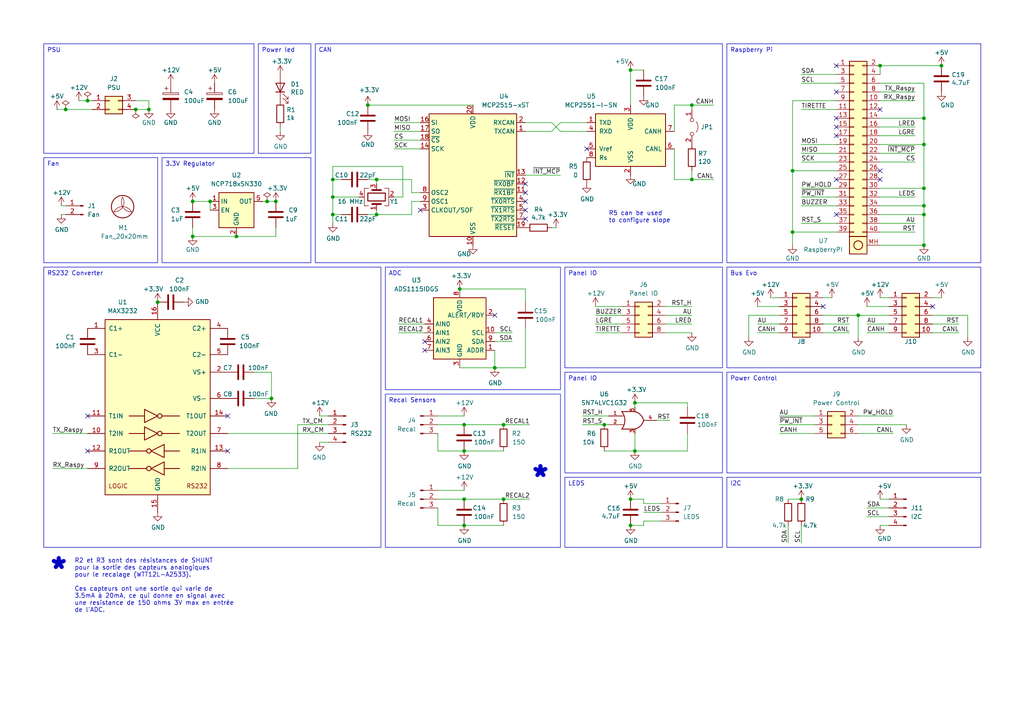
<source format=kicad_sch>
(kicad_sch (version 20230121) (generator eeschema)
  (paper "A4")
  (title_block (title "CarteIO Raspberry Pi") (date "2025-01-03") (rev "V6.2"))
  (junction (at 80.01 58.42))
  (junction (at 45.72 87.63))
  (junction (at 134.62 130.81))
  (junction (at 106.68 30.48))
  (junction (at 25.4 29.21))
  (junction (at 184.15 116.84))
  (junction (at 255.27 19.05))
  (junction (at 109.22 62.23))
  (junction (at 229.87 49.53))
  (junction (at 134.62 123.19))
  (junction (at 182.88 152.4))
  (junction (at 184.15 130.81))
  (junction (at 77.47 58.42))
  (junction (at 96.52 62.23))
  (junction (at 109.22 52.07))
  (junction (at 143.51 106.68))
  (junction (at 248.92 91.44))
  (junction (at 229.87 67.31))
  (junction (at 200.66 52.07))
  (junction (at 68.58 68.58))
  (junction (at 19.05 31.75))
  (junction (at 267.97 71.12))
  (junction (at 55.88 58.42))
  (junction (at 146.05 144.78))
  (junction (at 182.88 144.78))
  (junction (at 175.26 123.19))
  (junction (at 267.97 59.69))
  (junction (at 267.97 62.23))
  (junction (at 78.74 115.57))
  (junction (at 96.52 57.15))
  (junction (at 200.66 30.48))
  (junction (at 146.05 123.19))
  (junction (at 55.88 68.58))
  (junction (at 133.35 83.82))
  (junction (at 60.96 58.42))
  (junction (at 267.97 41.91))
  (junction (at 134.62 152.4))
  (junction (at 232.41 144.78))
  (junction (at 273.05 19.05))
  (junction (at 39.37 31.75))
  (junction (at 267.97 54.61))
  (junction (at 43.18 31.75))
  (junction (at 182.88 20.32))
  (junction (at 267.97 34.29))
  (junction (at 134.62 144.78))
  (junction (at 96.52 52.07))
  (no_connect (at 242.57 34.29))
  (no_connect (at 66.04 120.65))
  (no_connect (at 123.19 101.6))
  (no_connect (at 242.57 39.37))
  (no_connect (at 242.57 19.05))
  (no_connect (at 152.4 55.88))
  (no_connect (at 152.4 53.34))
  (no_connect (at 170.18 43.18))
  (no_connect (at 255.27 31.75))
  (no_connect (at 242.57 62.23))
  (no_connect (at 270.51 88.9))
  (no_connect (at 255.27 49.53))
  (no_connect (at 123.19 99.06))
  (no_connect (at 25.4 120.65))
  (no_connect (at 242.57 36.83))
  (no_connect (at 152.4 58.42))
  (no_connect (at 255.27 52.07))
  (no_connect (at 152.4 60.96))
  (no_connect (at 242.57 26.67))
  (no_connect (at 143.51 91.44))
  (no_connect (at 25.4 130.81))
  (no_connect (at 152.4 63.5))
  (no_connect (at 238.76 88.9))
  (no_connect (at 66.04 130.81))
  (no_connect (at 242.57 52.07))
  (no_connect (at 121.92 60.96))
  (wire (pts (xy 127 144.78) (xy 134.62 144.78)))
  (wire (pts (xy 186.69 152.4) (xy 186.69 151.13)))
  (wire (pts (xy 109.22 52.07) (xy 109.22 53.34)))
  (wire (pts (xy 15.24 125.73) (xy 25.4 125.73)))
  (wire (pts (xy 232.41 152.4) (xy 232.41 157.48)))
  (wire (pts (xy 119.38 58.42) (xy 121.92 58.42)))
  (wire (pts (xy 219.71 88.9) (xy 226.06 88.9)))
  (wire (pts (xy 134.62 144.78) (xy 146.05 144.78)))
  (wire (pts (xy 81.28 38.1) (xy 81.28 36.83)))
  (wire (pts (xy 255.27 54.61) (xy 267.97 54.61)))
  (wire (pts (xy 184.15 130.81) (xy 199.39 130.81)))
  (wire (pts (xy 134.62 152.4) (xy 127 152.4)))
  (wire (pts (xy 200.66 49.53) (xy 200.66 52.07)))
  (wire (pts (xy 193.04 93.98) (xy 200.66 93.98)))
  (wire (pts (xy 66.04 135.89) (xy 86.36 135.89)))
  (wire (pts (xy 96.52 57.15) (xy 96.52 52.07)))
  (wire (pts (xy 226.06 93.98) (xy 219.71 93.98)))
  (wire (pts (xy 127 123.19) (xy 134.62 123.19)))
  (wire (pts (xy 232.41 64.77) (xy 242.57 64.77)))
  (wire (pts (xy 255.27 64.77) (xy 265.43 64.77)))
  (wire (pts (xy 267.97 62.23) (xy 255.27 62.23)))
  (wire (pts (xy 200.66 30.48) (xy 200.66 31.75)))
  (wire (pts (xy 217.17 91.44) (xy 217.17 97.79)))
  (wire (pts (xy 152.4 106.68) (xy 152.4 95.25)))
  (wire (pts (xy 228.6 152.4) (xy 228.6 157.48)))
  (wire (pts (xy 255.27 46.99) (xy 265.43 46.99)))
  (wire (pts (xy 152.4 35.56) (xy 160.02 35.56)))
  (wire (pts (xy 190.5 121.92) (xy 194.31 121.92)))
  (wire (pts (xy 78.74 115.57) (xy 78.74 107.95)))
  (wire (pts (xy 232.41 21.59) (xy 242.57 21.59)))
  (wire (pts (xy 199.39 130.81) (xy 199.39 125.73)))
  (wire (pts (xy 162.56 38.1) (xy 170.18 38.1)))
  (wire (pts (xy 172.72 93.98) (xy 180.34 93.98)))
  (wire (pts (xy 229.87 49.53) (xy 242.57 49.53)))
  (wire (pts (xy 96.52 48.26) (xy 116.84 48.26)))
  (wire (pts (xy 96.52 62.23) (xy 96.52 64.77)))
  (wire (pts (xy 143.51 99.06) (xy 148.59 99.06)))
  (wire (pts (xy 248.92 125.73) (xy 259.08 125.73)))
  (wire (pts (xy 119.38 62.23) (xy 119.38 58.42)))
  (wire (pts (xy 96.52 57.15) (xy 104.14 57.15)))
  (wire (pts (xy 133.35 83.82) (xy 152.4 83.82)))
  (wire (pts (xy 55.88 68.58) (xy 55.88 66.04)))
  (wire (pts (xy 195.58 30.48) (xy 200.66 30.48)))
  (wire (pts (xy 106.68 62.23) (xy 109.22 62.23)))
  (wire (pts (xy 86.36 123.19) (xy 95.25 123.19)))
  (wire (pts (xy 255.27 39.37) (xy 265.43 39.37)))
  (wire (pts (xy 226.06 125.73) (xy 236.22 125.73)))
  (wire (pts (xy 265.43 67.31) (xy 255.27 67.31)))
  (wire (pts (xy 116.84 57.15) (xy 116.84 48.26)))
  (wire (pts (xy 251.46 88.9) (xy 257.81 88.9)))
  (wire (pts (xy 119.38 55.88) (xy 119.38 52.07)))
  (wire (pts (xy 86.36 135.89) (xy 86.36 123.19)))
  (wire (pts (xy 68.58 68.58) (xy 55.88 68.58)))
  (wire (pts (xy 184.15 116.84) (xy 184.15 118.11)))
  (wire (pts (xy 229.87 67.31) (xy 229.87 71.12)))
  (wire (pts (xy 232.41 144.78) (xy 228.6 144.78)))
  (wire (pts (xy 60.96 58.42) (xy 60.96 60.96)))
  (wire (pts (xy 109.22 52.07) (xy 119.38 52.07)))
  (wire (pts (xy 255.27 19.05) (xy 255.27 21.59)))
  (wire (pts (xy 95.25 120.65) (xy 92.71 120.65)))
  (wire (pts (xy 143.51 96.52) (xy 148.59 96.52)))
  (wire (pts (xy 255.27 36.83) (xy 265.43 36.83)))
  (wire (pts (xy 146.05 144.78) (xy 153.67 144.78)))
  (wire (pts (xy 162.56 35.56) (xy 170.18 35.56)))
  (wire (pts (xy 257.81 93.98) (xy 251.46 93.98)))
  (wire (pts (xy 134.62 152.4) (xy 146.05 152.4)))
  (wire (pts (xy 257.81 91.44) (xy 248.92 91.44)))
  (wire (pts (xy 267.97 54.61) (xy 267.97 59.69)))
  (wire (pts (xy 255.27 144.78) (xy 257.81 144.78)))
  (wire (pts (xy 182.88 20.32) (xy 182.88 30.48)))
  (wire (pts (xy 172.72 91.44) (xy 180.34 91.44)))
  (wire (pts (xy 19.05 59.69) (xy 17.78 59.69)))
  (wire (pts (xy 255.27 152.4) (xy 257.81 152.4)))
  (wire (pts (xy 199.39 116.84) (xy 199.39 118.11)))
  (wire (pts (xy 121.92 43.18) (xy 114.3 43.18)))
  (wire (pts (xy 109.22 62.23) (xy 109.22 60.96)))
  (wire (pts (xy 242.57 57.15) (xy 232.41 57.15)))
  (wire (pts (xy 193.04 96.52) (xy 200.66 96.52)))
  (wire (pts (xy 238.76 96.52) (xy 246.38 96.52)))
  (wire (pts (xy 160.02 38.1) (xy 162.56 35.56)))
  (wire (pts (xy 121.92 35.56) (xy 114.3 35.56)))
  (wire (pts (xy 22.86 29.21) (xy 25.4 29.21)))
  (wire (pts (xy 223.52 86.36) (xy 226.06 86.36)))
  (wire (pts (xy 257.81 147.32) (xy 251.46 147.32)))
  (wire (pts (xy 39.37 29.21) (xy 43.18 29.21)))
  (wire (pts (xy 96.52 52.07) (xy 96.52 48.26)))
  (wire (pts (xy 200.66 52.07) (xy 207.01 52.07)))
  (wire (pts (xy 115.57 93.98) (xy 123.19 93.98)))
  (wire (pts (xy 229.87 49.53) (xy 229.87 67.31)))
  (wire (pts (xy 121.92 38.1) (xy 114.3 38.1)))
  (wire (pts (xy 116.84 57.15) (xy 114.3 57.15)))
  (wire (pts (xy 195.58 38.1) (xy 195.58 30.48)))
  (wire (pts (xy 267.97 24.13) (xy 267.97 34.29)))
  (wire (pts (xy 200.66 30.48) (xy 207.01 30.48)))
  (wire (pts (xy 25.4 135.89) (xy 15.24 135.89)))
  (wire (pts (xy 182.88 144.78) (xy 186.69 144.78)))
  (wire (pts (xy 121.92 40.64) (xy 114.3 40.64)))
  (wire (pts (xy 232.41 24.13) (xy 242.57 24.13)))
  (wire (pts (xy 193.04 88.9) (xy 200.66 88.9)))
  (wire (pts (xy 267.97 34.29) (xy 267.97 41.91)))
  (wire (pts (xy 168.91 120.65) (xy 176.53 120.65)))
  (wire (pts (xy 133.35 106.68) (xy 143.51 106.68)))
  (wire (pts (xy 66.04 125.73) (xy 95.25 125.73)))
  (wire (pts (xy 251.46 96.52) (xy 257.81 96.52)))
  (wire (pts (xy 127 152.4) (xy 127 147.32)))
  (wire (pts (xy 115.57 96.52) (xy 123.19 96.52)))
  (wire (pts (xy 270.51 96.52) (xy 278.13 96.52)))
  (wire (pts (xy 255.27 44.45) (xy 265.43 44.45)))
  (wire (pts (xy 146.05 123.19) (xy 153.67 123.19)))
  (wire (pts (xy 255.27 41.91) (xy 267.97 41.91)))
  (wire (pts (xy 43.18 29.21) (xy 43.18 31.75)))
  (wire (pts (xy 134.62 130.81) (xy 127 130.81)))
  (wire (pts (xy 232.41 59.69) (xy 242.57 59.69)))
  (wire (pts (xy 267.97 41.91) (xy 267.97 54.61)))
  (wire (pts (xy 99.06 62.23) (xy 96.52 62.23)))
  (wire (pts (xy 109.22 52.07) (xy 106.68 52.07)))
  (wire (pts (xy 127 130.81) (xy 127 125.73)))
  (wire (pts (xy 182.88 152.4) (xy 186.69 152.4)))
  (wire (pts (xy 232.41 46.99) (xy 242.57 46.99)))
  (wire (pts (xy 226.06 120.65) (xy 236.22 120.65)))
  (wire (pts (xy 143.51 101.6) (xy 143.51 106.68)))
  (wire (pts (xy 257.81 149.86) (xy 251.46 149.86)))
  (wire (pts (xy 255.27 19.05) (xy 273.05 19.05)))
  (wire (pts (xy 152.4 50.8) (xy 162.56 50.8)))
  (wire (pts (xy 242.57 54.61) (xy 232.41 54.61)))
  (wire (pts (xy 255.27 34.29) (xy 267.97 34.29)))
  (wire (pts (xy 248.92 97.79) (xy 248.92 91.44)))
  (wire (pts (xy 16.51 31.75) (xy 19.05 31.75)))
  (wire (pts (xy 172.72 88.9) (xy 180.34 88.9)))
  (wire (pts (xy 134.62 142.24) (xy 127 142.24)))
  (wire (pts (xy 77.47 58.42) (xy 80.01 58.42)))
  (wire (pts (xy 270.51 91.44) (xy 280.67 91.44)))
  (wire (pts (xy 19.05 31.75) (xy 26.67 31.75)))
  (wire (pts (xy 134.62 123.19) (xy 146.05 123.19)))
  (wire (pts (xy 255.27 71.12) (xy 267.97 71.12)))
  (wire (pts (xy 152.4 83.82) (xy 152.4 87.63)))
  (wire (pts (xy 270.51 93.98) (xy 278.13 93.98)))
  (wire (pts (xy 106.68 30.48) (xy 137.16 30.48)))
  (wire (pts (xy 238.76 93.98) (xy 246.38 93.98)))
  (wire (pts (xy 73.66 115.57) (xy 78.74 115.57)))
  (wire (pts (xy 168.91 123.19) (xy 175.26 123.19)))
  (wire (pts (xy 143.51 106.68) (xy 152.4 106.68)))
  (wire (pts (xy 232.41 44.45) (xy 242.57 44.45)))
  (wire (pts (xy 80.01 68.58) (xy 68.58 68.58)))
  (wire (pts (xy 195.58 52.07) (xy 200.66 52.07)))
  (wire (pts (xy 121.92 55.88) (xy 119.38 55.88)))
  (wire (pts (xy 96.52 52.07) (xy 99.06 52.07)))
  (wire (pts (xy 186.69 151.13) (xy 191.77 151.13)))
  (wire (pts (xy 55.88 58.42) (xy 60.96 58.42)))
  (wire (pts (xy 152.4 38.1) (xy 160.02 38.1)))
  (wire (pts (xy 186.69 146.05) (xy 191.77 146.05)))
  (wire (pts (xy 175.26 130.81) (xy 184.15 130.81)))
  (wire (pts (xy 255.27 86.36) (xy 257.81 86.36)))
  (wire (pts (xy 238.76 91.44) (xy 248.92 91.44)))
  (wire (pts (xy 76.2 58.42) (xy 77.47 58.42)))
  (wire (pts (xy 248.92 120.65) (xy 259.08 120.65)))
  (wire (pts (xy 80.01 66.04) (xy 80.01 68.58)))
  (wire (pts (xy 191.77 148.59) (xy 186.69 148.59)))
  (wire (pts (xy 248.92 123.19) (xy 262.89 123.19)))
  (wire (pts (xy 184.15 125.73) (xy 184.15 130.81)))
  (wire (pts (xy 255.27 29.21) (xy 265.43 29.21)))
  (wire (pts (xy 255.27 24.13) (xy 267.97 24.13)))
  (wire (pts (xy 127 120.65) (xy 134.62 120.65)))
  (wire (pts (xy 109.22 62.23) (xy 119.38 62.23)))
  (wire (pts (xy 39.37 31.75) (xy 43.18 31.75)))
  (wire (pts (xy 267.97 59.69) (xy 267.97 62.23)))
  (wire (pts (xy 160.02 35.56) (xy 162.56 38.1)))
  (wire (pts (xy 160.02 66.04) (xy 161.29 66.04)))
  (wire (pts (xy 238.76 86.36) (xy 241.3 86.36)))
  (wire (pts (xy 267.97 71.12) (xy 267.97 62.23)))
  (wire (pts (xy 226.06 123.19) (xy 236.22 123.19)))
  (wire (pts (xy 232.41 31.75) (xy 242.57 31.75)))
  (wire (pts (xy 78.74 107.95) (xy 73.66 107.95)))
  (wire (pts (xy 96.52 62.23) (xy 96.52 57.15)))
  (wire (pts (xy 255.27 57.15) (xy 265.43 57.15)))
  (wire (pts (xy 175.26 123.19) (xy 176.53 123.19)))
  (wire (pts (xy 229.87 67.31) (xy 242.57 67.31)))
  (wire (pts (xy 219.71 96.52) (xy 226.06 96.52)))
  (wire (pts (xy 232.41 41.91) (xy 242.57 41.91)))
  (wire (pts (xy 195.58 43.18) (xy 195.58 52.07)))
  (wire (pts (xy 255.27 26.67) (xy 265.43 26.67)))
  (wire (pts (xy 270.51 86.36) (xy 273.05 86.36)))
  (wire (pts (xy 229.87 29.21) (xy 229.87 49.53)))
  (wire (pts (xy 184.15 116.84) (xy 199.39 116.84)))
  (wire (pts (xy 182.88 20.32) (xy 186.69 20.32)))
  (wire (pts (xy 95.25 128.27) (xy 92.71 128.27)))
  (wire (pts (xy 186.69 144.78) (xy 186.69 146.05)))
  (wire (pts (xy 226.06 91.44) (xy 217.17 91.44)))
  (wire (pts (xy 180.34 96.52) (xy 172.72 96.52)))
  (wire (pts (xy 242.57 29.21) (xy 229.87 29.21)))
  (wire (pts (xy 25.4 29.21) (xy 26.67 29.21)))
  (wire (pts (xy 200.66 91.44) (xy 193.04 91.44)))
  (wire (pts (xy 255.27 59.69) (xy 267.97 59.69)))
  (wire (pts (xy 134.62 130.81) (xy 146.05 130.81)))
  (wire (pts (xy 19.05 62.23) (xy 17.78 62.23)))
  (wire (pts (xy 280.67 97.79) (xy 280.67 91.44)))
  (text_box "I2C" (at 210.82 138.43 0) (size 73.66 20.32) (effects (font (size 1.27 1.27)) (justify left top)))
  (text_box "RS232 Converter" (at 12.7 77.47 0) (size 97.79 81.28) (effects (font (size 1.27 1.27)) (justify left top)))
  (text_box "Fan" (at 12.7 45.72 0) (size 33.02 30.48) (effects (font (size 1.27 1.27)) (justify left top)))
  (text_box "PSU" (at 12.7 12.7 0) (size 60.96 31.75) (effects (font (size 1.27 1.27)) (justify left top)))
  (text_box "Power Control" (at 210.82 107.95 0) (size 73.66 29.21) (effects (font (size 1.27 1.27)) (justify left top)))
  (text_box "Bus Evo" (at 210.82 77.47 0) (size 73.66 29.21) (effects (font (size 1.27 1.27)) (justify left top)))
  (text_box "Raspberry Pi" (at 210.82 12.7 0) (size 73.66 63.5) (effects (font (size 1.27 1.27)) (justify left top)))
  (text_box "ADC" (at 111.76 77.47 0) (size 50.8 35.56) (effects (font (size 1.27 1.27)) (justify left top)))
  (text_box "3.3V Regulator" (at 46.99 45.72 0) (size 43.18 30.48) (effects (font (size 1.27 1.27)) (justify left top)))
  (text_box "Panel IO" (at 163.83 77.47 0) (size 45.72 29.21) (effects (font (size 1.27 1.27)) (justify left top)))
  (text_box "LEDS" (at 163.83 138.43 0) (size 45.72 20.32) (effects (font (size 1.27 1.27)) (justify left top)))
  (text_box "Power led" (at 74.93 12.7 0) (size 15.24 31.75) (effects (font (size 1.27 1.27)) (justify left top)))
  (text_box "Recal Sensors" (at 111.76 114.3 0) (size 50.8 44.45) (effects (font (size 1.27 1.27)) (justify left top)))
  (text_box "CAN" (at 91.44 12.7 0) (size 118.11 63.5) (effects (font (size 1.27 1.27)) (justify left top)))
  (text_box "Panel IO" (at 163.83 107.95 0) (size 45.72 29.21) (effects (font (size 1.27 1.27)) (justify left top)))
  (text "*" (at 13.97 168.91 0) (effects (font (size 6 6) (thickness 1.2) bold) (justify left bottom)))
  (text "R5 can be used\nto configure slope" (at 176.53 64.77 0) (effects (font (size 1.27 1.27)) (justify left bottom)))
  (text "R2 et R3 sont des résistances de SHUNT\npour la sortie des capteurs analogiques\npour le recalage (WTT12L-A2533).\n\nCes capteurs ont une sortie qui varie de\n3.5mA à 20mA, ce qui donne en signal avec\nune resistance de 150 ohms 3V max en entrée\nde l'ADC." (at 21.59 177.8 0) (effects (font (size 1.27 1.27)) (justify left bottom)))
  (text "*" (at 153.67 142.24 0) (effects (font (size 6 6) (thickness 1.2) bold) (justify left bottom)))
  (label "CS" (at 265.43 46.99 180))
  (label "LRED" (at 265.43 36.83 180))
  (label "TX_Raspy" (at 15.24 125.73 0))
  (label "PW_HOLD" (at 259.08 120.65 180))
  (label "RST_H" (at 168.91 120.65 0))
  (label "AU" (at 219.71 93.98 0))
  (label "RX_CM" (at 87.63 125.73 0))
  (label "MOSI" (at 114.3 35.56 0))
  (label "RECAL2" (at 115.57 96.52 0))
  (label "SDA" (at 148.59 99.06 180))
  (label "CANH" (at 226.06 125.73 0))
  (label "RECAL2" (at 153.67 144.78 180))
  (label "LGRE" (at 265.43 39.37 180))
  (label "SCL" (at 251.46 149.86 0))
  (label "LEDS" (at 265.43 57.15 180))
  (label "CS" (at 114.3 40.64 0))
  (label "SCL" (at 148.59 96.52 180))
  (label "RECAL1" (at 115.57 93.98 0))
  (label "CANL" (at 246.38 96.52 180))
  (label "AU" (at 265.43 64.77 180))
  (label "CANH" (at 207.01 30.48 180))
  (label "~{INT_MCP}" (at 265.43 44.45 180))
  (label "AU" (at 200.66 91.44 180))
  (label "LGRE" (at 172.72 93.98 0))
  (label "TX_CM" (at 87.63 123.19 0))
  (label "CANH" (at 251.46 96.52 0))
  (label "~{PW_INT}" (at 232.41 57.15 0))
  (label "RST_H" (at 200.66 88.9 180))
  (label "CANL" (at 207.01 52.07 180))
  (label "BUZZER" (at 172.72 91.44 0))
  (label "SCK" (at 114.3 43.18 0))
  (label "TX_Raspy" (at 265.43 26.67 180))
  (label "SCL" (at 232.41 24.13 0))
  (label "LRED" (at 200.66 93.98 180))
  (label "MOSI" (at 232.41 41.91 0))
  (label "TIRETTE" (at 172.72 96.52 0))
  (label "BUZZER" (at 232.41 59.69 0))
  (label "SDA" (at 232.41 21.59 0))
  (label "PW_HOLD" (at 232.41 54.61 0))
  (label "RECAL1" (at 153.67 123.19 180))
  (label "SDA" (at 228.6 157.48 90))
  (label "RST_S" (at 232.41 64.77 0))
  (label "RST" (at 265.43 67.31 180))
  (label "LEDS" (at 186.69 148.59 0))
  (label "RX_Raspy" (at 265.43 29.21 180))
  (label "RST" (at 194.31 121.92 180))
  (label "~{PW_INT}" (at 226.06 123.19 0))
  (label "RST_S" (at 168.91 123.19 0))
  (label "RST" (at 278.13 93.98 180))
  (label "AU" (at 251.46 93.98 0))
  (label "SCL" (at 232.41 157.48 90))
  (label "MISO" (at 232.41 44.45 0))
  (label "AU" (at 226.06 120.65 0))
  (label "CANL" (at 259.08 125.73 180))
  (label "RST" (at 246.38 93.98 180))
  (label "SDA" (at 251.46 147.32 0))
  (label "CANH" (at 219.71 96.52 0))
  (label "SCK" (at 232.41 46.99 0))
  (label "CANL" (at 278.13 96.52 180))
  (label "~{INT_MCP}" (at 162.56 50.8 180))
  (label "RX_Raspy" (at 15.24 135.89 0))
  (label "MISO" (at 114.3 38.1 0))
  (label "TIRETTE" (at 232.41 31.75 0))
  (symbol (lib_id "Device:LED") (at 81.28 25.4 90) (unit 1)
    (property "Reference" "D1" (at 84.2772 24.4094 90) (effects (justify right)))
    (property "Value" "RED" (at 84.2772 26.7208 90) (effects (justify right)))
    (property "Footprint" "LED_SMD:LED_0805_2012Metric" (effects hide))
  )
  (symbol (lib_id "Device:R") (at 81.28 33.02 0) (unit 1)
    (property "Reference" "R1" (at 83.058 31.8516 0) (effects (justify left)))
    (property "Value" "1k" (at 83.058 34.163 0) (effects (justify left)))
    (property "Footprint" "Resistor_SMD:R_0603_1608Metric" (effects hide))
  )
  (symbol (lib_id "power:GND") (at 81.28 38.1 0) (unit 1)
    (property "Reference" "#PWR018" (effects hide))
    (property "Value" "GND" (at 81.407 42.4942 0))
  )
  (symbol (lib_id "Device:C") (at 69.85 107.95 270) (unit 1)
    (property "Reference" "C7" (at 66.04 106.68 90))
    (property "Value" "100nF" (at 74.93 106.68 90))
    (property "Footprint" "Capacitor_SMD:C_0603_1608Metric" (effects hide))
  )
  (symbol (lib_id "Device:C") (at 69.85 115.57 270) (unit 1)
    (property "Reference" "C8" (at 66.04 114.3 90))
    (property "Value" "100nF" (at 74.93 114.3 90))
    (property "Footprint" "Capacitor_SMD:C_0603_1608Metric" (effects hide))
  )
  (symbol (lib_id "Device:C") (at 49.53 87.63 270) (unit 1)
    (property "Reference" "C2" (at 52.07 81.28 90))
    (property "Value" "100nF" (at 52.07 83.82 90))
    (property "Footprint" "Capacitor_SMD:C_0603_1608Metric" (effects hide))
  )
  (symbol (lib_id "power:GND") (at 78.74 115.57 0) (mirror y) (unit 1)
    (property "Reference" "#PWR015" (effects hide))
    (property "Value" "GND" (at 78.613 119.9642 0))
  )
  (symbol (lib_id "Device:C") (at 66.04 99.06 180) (unit 1)
    (property "Reference" "C5" (at 71.12 97.79 0))
    (property "Value" "100nF" (at 72.39 100.33 0))
    (property "Footprint" "Capacitor_SMD:C_0603_1608Metric" (effects hide))
  )
  (symbol (lib_id "Device:C") (at 25.4 99.06 180) (unit 1)
    (property "Reference" "C1" (at 20.32 97.79 0))
    (property "Value" "100nF" (at 19.05 100.33 0))
    (property "Footprint" "Capacitor_SMD:C_0603_1608Metric" (effects hide))
  )
  (symbol (lib_id "power:GND") (at 273.05 26.67 0) (unit 1)
    (property "Reference" "#PWR056" (effects hide))
    (property "Value" "GND" (at 276.86 30.48 0) (effects (justify right)))
  )
  (symbol (lib_id "power:GND") (at 137.16 71.12 0) (unit 1)
    (property "Reference" "#PWR029" (effects hide))
    (property "Value" "GND" (at 134.62 73.66 0))
  )
  (symbol (lib_id "Device:R") (at 156.21 66.04 270) (unit 1)
    (property "Reference" "R4" (at 156.21 60.7822 90))
    (property "Value" "4.7k" (at 156.21 63.0936 90))
    (property "Footprint" "Resistor_SMD:R_0603_1608Metric" (effects hide))
  )
  (symbol (lib_id "power:GND") (at 106.68 38.1 0) (unit 1)
    (property "Reference" "#PWR023" (effects hide))
    (property "Value" "GND" (at 106.68 41.91 0))
  )
  (symbol (lib_id "power:+3.3V") (at 161.29 66.04 0) (unit 1)
    (property "Reference" "#PWR031" (effects hide))
    (property "Value" "+3.3V" (at 158.75 62.23 0) (effects (justify left)))
  )
  (symbol (lib_id "Interface_CAN_LIN:MCP2551-I-SN") (at 182.88 40.64 0) (unit 1)
    (property "Reference" "U5" (at 171.45 27.94 0))
    (property "Value" "MCP2551-I-SN" (at 171.45 30.48 0))
    (property "Footprint" "Package_SO:SOIC-8_3.9x4.9mm_P1.27mm" (effects hide))
    (property "Datasheet" "http://ww1.microchip.com/downloads/en/devicedoc/21667d.pdf" (effects hide))
  )
  (symbol (lib_id "power:+12V") (at 22.86 29.21 0) (unit 1)
    (property "Reference" "#PWR04" (effects hide))
    (property "Value" "+12V" (at 22.86 25.4 0))
  )
  (symbol (lib_id "power:GND") (at 49.53 31.75 0) (unit 1)
    (property "Reference" "#PWR012" (effects hide))
    (property "Value" "GND" (at 49.53 35.56 0))
  )
  (symbol (lib_id "power:GND") (at 62.23 31.75 0) (unit 1)
    (property "Reference" "#PWR014" (effects hide))
    (property "Value" "GND" (at 62.23 35.56 0))
  )
  (symbol (lib_id "Device:C") (at 273.05 22.86 0) (unit 1)
    (property "Reference" "C19" (at 275.971 21.6916 0) (effects (justify left)))
    (property "Value" "4.7uF" (at 275.971 24.003 0) (effects (justify left)))
    (property "Footprint" "Capacitor_SMD:C_0603_1608Metric" (effects hide))
  )
  (symbol (lib_id "power:GND") (at 170.18 53.34 0) (unit 1)
    (property "Reference" "#PWR032" (effects hide))
    (property "Value" "GND" (at 170.307 57.7342 0))
  )
  (symbol (lib_id "power:GND") (at 182.88 50.8 0) (unit 1)
    (property "Reference" "#PWR035" (effects hide))
    (property "Value" "GND" (at 185.42 53.34 0))
  )
  (symbol (lib_id "Device:C") (at 106.68 34.29 0) (unit 1)
    (property "Reference" "C12" (at 100.33 33.02 0) (effects (justify left)))
    (property "Value" "100nF" (at 97.79 35.56 0) (effects (justify left)))
    (property "Footprint" "Capacitor_SMD:C_0603_1608Metric" (effects hide))
  )
  (symbol (lib_id "power:+5V") (at 182.88 20.32 0) (unit 1)
    (property "Reference" "#PWR034" (effects hide))
    (property "Value" "+5V" (at 180.34 17.78 0))
  )
  (symbol (lib_id "Device:C") (at 186.69 24.13 180) (unit 1)
    (property "Reference" "C17" (at 191.77 22.86 0))
    (property "Value" "100nF" (at 193.04 25.4 0))
    (property "Footprint" "Capacitor_SMD:C_0603_1608Metric" (effects hide))
  )
  (symbol (lib_id "Device:R") (at 200.66 45.72 0) (unit 1)
    (property "Reference" "R7" (at 202.438 44.5516 0) (effects (justify left)))
    (property "Value" "120" (at 202.438 46.863 0) (effects (justify left)))
    (property "Footprint" "Resistor_SMD:R_0603_1608Metric" (effects hide))
  )
  (symbol (lib_id "Device:C") (at 182.88 148.59 0) (mirror y) (unit 1)
    (property "Reference" "C16" (at 179.959 147.4216 0) (effects (justify left)))
    (property "Value" "4.7uF" (at 179.959 149.733 0) (effects (justify left)))
    (property "Footprint" "Capacitor_SMD:C_0603_1608Metric" (effects hide))
  )
  (symbol (lib_id "Device:C") (at 102.87 62.23 270) (mirror x) (unit 1)
    (property "Reference" "C11" (at 99.06 63.5 90))
    (property "Value" "22pF" (at 106.68 63.5 90))
    (property "Footprint" "Capacitor_SMD:C_0603_1608Metric" (effects hide))
  )
  (symbol (lib_id "Device:C") (at 102.87 52.07 270) (mirror x) (unit 1)
    (property "Reference" "C10" (at 99.06 50.8 90))
    (property "Value" "22pF" (at 106.68 50.8 90))
    (property "Footprint" "Capacitor_SMD:C_0603_1608Metric" (effects hide))
  )
  (symbol (lib_id "power:+3.3V") (at 106.68 30.48 0) (unit 1)
    (property "Reference" "#PWR022" (effects hide))
    (property "Value" "+3.3V" (at 107.061 26.0858 0))
  )
  (symbol (lib_id "Interface_UART:MAX3232") (at 45.72 118.11 0) (unit 1)
    (property "Reference" "U1" (at 35.56 87.63 0))
    (property "Value" "MAX3232" (at 35.56 90.17 0))
    (property "Footprint" "Package_SO:TSSOP-16_4.4x5mm_P0.65mm" (effects hide))
    (property "Datasheet" "https://datasheets.maximintegrated.com/en/ds/MAX3222-MAX3241.pdf" (effects hide))
  )
  (symbol (lib_id "power:GND") (at 53.34 87.63 90) (unit 1)
    (property "Reference" "#PWR08" (effects hide))
    (property "Value" "GND" (at 56.5912 87.503 90) (effects (justify right)))
  )
  (symbol (lib_id "power:+3.3V") (at 45.72 87.63 0) (unit 1)
    (property "Reference" "#PWR06" (effects hide))
    (property "Value" "+3.3V" (at 44.45 83.82 0))
  )
  (symbol (lib_id "power:GND") (at 45.72 148.59 0) (unit 1)
    (property "Reference" "#PWR07" (effects hide))
    (property "Value" "GND" (at 45.847 152.9842 0))
  )
  (symbol (lib_id "Device:R") (at 228.6 148.59 0) (mirror x) (unit 1)
    (property "Reference" "R8" (at 226.06 144.78 0))
    (property "Value" "4.7k" (at 226.06 152.4 0))
    (property "Footprint" "Resistor_SMD:R_0603_1608Metric" (effects hide))
  )
  (symbol (lib_id "Device:R") (at 232.41 148.59 180) (unit 1)
    (property "Reference" "R9" (at 234.95 144.78 0))
    (property "Value" "4.7k" (at 234.95 152.4 0))
    (property "Footprint" "Resistor_SMD:R_0603_1608Metric" (effects hide))
  )
  (symbol (lib_id "power:+3.3V") (at 232.41 144.78 0) (unit 1)
    (property "Reference" "#PWR046" (effects hide))
    (property "Value" "+3.3V" (at 229.87 140.97 0) (effects (justify left)))
  )
  (symbol (lib_id "power:+12V") (at 92.71 120.65 0) (unit 1)
    (property "Reference" "#PWR019" (effects hide))
    (property "Value" "+12V" (at 90.17 116.84 0) (effects (justify left)))
  )
  (symbol (lib_id "Connector_Generic:Conn_02x05_Odd_Even") (at 231.14 91.44 0) (unit 1)
    (property "Reference" "J8" (at 232.41 99.06 0))
    (property "Value" "Bus Evo" (effects hide))
    (property "Footprint" "ConnectorsEvo:690367281076" (effects hide))
  )
  (symbol (lib_id "power:+5V") (at 219.71 88.9 0) (unit 1)
    (property "Reference" "#PWR043" (effects hide))
    (property "Value" "+5V" (at 219.71 85.09 0))
  )
  (symbol (lib_id "power:+12V") (at 223.52 86.36 0) (unit 1)
    (property "Reference" "#PWR044" (effects hide))
    (property "Value" "+12V" (at 223.52 82.55 0))
  )
  (symbol (lib_id "power:GND") (at 217.17 97.79 0) (unit 1)
    (property "Reference" "#PWR042" (effects hide))
    (property "Value" "GND" (at 217.297 102.1842 0))
  )
  (symbol (lib_id "power:+12V") (at 49.53 24.13 0) (unit 1)
    (property "Reference" "#PWR011" (effects hide))
    (property "Value" "+12V" (at 49.53 20.32 0))
  )
  (symbol (lib_id "power:+5V") (at 62.23 24.13 0) (unit 1)
    (property "Reference" "#PWR013" (effects hide))
    (property "Value" "+5V" (at 62.23 20.32 0))
  )
  (symbol (lib_id "power:GND") (at 248.92 97.79 0) (unit 1)
    (property "Reference" "#PWR048" (effects hide))
    (property "Value" "GND" (at 249.047 102.1842 0))
  )
  (symbol (lib_id "ComponentsEvo:RaspberryPI") (at 248.92 43.18 0) (unit 1)
    (property "Reference" "U7" (at 238.76 69.85 0))
    (property "Value" "RaspberryPI" (at 238.76 72.39 0))
    (property "Footprint" "ComponentsEvo:Shield_Raspberry_Pi_with_11mm_Header" (effects hide))
  )
  (symbol (lib_id "power:+3.3V") (at 184.15 116.84 0) (unit 1)
    (property "Reference" "#PWR038" (effects hide))
    (property "Value" "+3.3V" (at 181.61 113.03 0) (effects (justify left)))
  )
  (symbol (lib_id "Device:C") (at 55.88 62.23 0) (unit 1)
    (property "Reference" "C3" (at 49.53 60.96 0) (effects (justify left)))
    (property "Value" "1uF" (at 49.53 63.5 0) (effects (justify left)))
    (property "Footprint" "Capacitor_SMD:C_0603_1608Metric" (effects hide))
  )
  (symbol (lib_id "Connector:Conn_01x04_Pin") (at 100.33 123.19 0) (mirror y) (unit 1)
    (property "Reference" "J3" (at 101.6 123.19 0) (effects (justify right)))
    (property "Value" "RS232" (at 101.6 125.73 0) (effects (justify right)))
    (property "Footprint" "ConnectorsEvo:B04B-PASK" (effects hide))
  )
  (symbol (lib_id "power:+5V") (at 273.05 86.36 0) (unit 1)
    (property "Reference" "#PWR057" (effects hide))
    (property "Value" "+5V" (at 273.05 82.55 0))
  )
  (symbol (lib_id "Device:C") (at 80.01 62.23 0) (mirror y) (unit 1)
    (property "Reference" "C9" (at 86.36 60.96 0) (effects (justify left)))
    (property "Value" "1uF" (at 86.36 63.5 0) (effects (justify left)))
    (property "Footprint" "Capacitor_SMD:C_0603_1608Metric" (effects hide))
  )
  (symbol (lib_id "Device:Crystal_GND24") (at 109.22 57.15 270) (mirror x) (unit 1)
    (property "Reference" "Y1" (at 114.3 58.42 90))
    (property "Value" "16 MHz" (at 101.6 58.42 90))
    (property "Footprint" "Crystal:Crystal_SMD_5032-4Pin_5.0x3.2mm" (effects hide))
  )
  (symbol (lib_id "Device:R") (at 146.05 127 180) (unit 1)
    (property "Reference" "R2" (at 151.13 125.73 0) (effects (justify left)))
    (property "Value" "150" (at 152.4 128.27 0) (effects (justify left)))
    (property "Footprint" "Resistor_SMD:R_0603_1608Metric" (effects hide))
  )
  (symbol (lib_id "Regulator_Linear:NCP718xSN330") (at 68.58 60.96 0) (unit 1)
    (property "Reference" "U2" (at 68.58 50.8 0))
    (property "Value" "NCP718xSN330" (at 68.58 53.34 0))
    (property "Footprint" "Package_TO_SOT_SMD:SOT-23-5" (effects hide))
    (property "Datasheet" "https://www.onsemi.com/pub/Collateral/NCP718-D.PDF" (effects hide))
  )
  (symbol (lib_id "Device:C") (at 134.62 148.59 0) (mirror y) (unit 1)
    (property "Reference" "C14" (at 140.97 147.32 0) (effects (justify left)))
    (property "Value" "100nF" (at 143.51 149.86 0) (effects (justify left)))
    (property "Footprint" "Capacitor_SMD:C_0603_1608Metric" (effects hide))
  )
  (symbol (lib_id "power:GND") (at 255.27 152.4 0) (unit 1)
    (property "Reference" "#PWR052" (effects hide))
    (property "Value" "GND" (at 256.54 156.21 0))
  )
  (symbol (lib_id "Jumper:Jumper_2_Open") (at 200.66 36.83 270) (unit 1)
    (property "Reference" "JP1" (at 203.2 36.83 90) (effects (justify left)))
    (property "Value" "Jumper_2_Open" (effects hide))
    (property "Footprint" "Connector_PinHeader_2.54mm:PinHeader_1x02_P2.54mm_Vertical" (effects hide))
  )
  (symbol (lib_id "Device:C") (at 152.4 91.44 0) (mirror y) (unit 1)
    (property "Reference" "C15" (at 158.75 90.17 0) (effects (justify left)))
    (property "Value" "100nF" (at 161.29 92.71 0) (effects (justify left)))
    (property "Footprint" "Capacitor_SMD:C_0603_1608Metric" (effects hide))
  )
  (symbol (lib_id "power:+12V") (at 134.62 142.24 0) (unit 1)
    (property "Reference" "#PWR027" (effects hide))
    (property "Value" "+12V" (at 132.08 138.43 0) (effects (justify left)))
  )
  (symbol (lib_id "power:+5V") (at 251.46 88.9 0) (unit 1)
    (property "Reference" "#PWR049" (effects hide))
    (property "Value" "+5V" (at 251.46 85.09 0))
  )
  (symbol (lib_id "Connector_Generic:Conn_02x05_Odd_Even") (at 262.89 91.44 0) (unit 1)
    (property "Reference" "J10" (at 264.16 99.06 0))
    (property "Value" "Bus Evo" (effects hide))
    (property "Footprint" "ConnectorsEvo:690367281076" (effects hide))
  )
  (symbol (lib_id "power:+3.3V") (at 80.01 58.42 0) (unit 1)
    (property "Reference" "#PWR016" (effects hide))
    (property "Value" "+3.3V" (at 77.47 54.61 0) (effects (justify left)))
  )
  (symbol (lib_id "power:PWR_FLAG") (at 39.37 31.75 180) (unit 1)
    (property "Reference" "#FLG03" (effects hide))
    (property "Value" "PWR_FLAG" (effects hide))
  )
  (symbol (lib_id "Device:C_Polarized") (at 49.53 27.94 0) (unit 1)
    (property "Reference" "C4" (at 53.34 26.67 0) (effects (justify left)))
    (property "Value" "100uF" (at 53.34 29.21 0) (effects (justify left)))
    (property "Footprint" "Capacitor_SMD:CP_Elec_6.3x7.7" (effects hide))
  )
  (symbol (lib_id "power:PWR_FLAG") (at 19.05 31.75 0) (unit 1)
    (property "Reference" "#FLG01" (effects hide))
    (property "Value" "PWR_FLAG" (effects hide))
  )
  (symbol (lib_id "power:+5V") (at 16.51 31.75 0) (unit 1)
    (property "Reference" "#PWR01" (effects hide))
    (property "Value" "+5V" (at 16.51 27.94 0))
  )
  (symbol (lib_id "Connector:Conn_01x03_Pin") (at 121.92 144.78 0) (unit 1)
    (property "Reference" "J5" (at 120.65 143.51 0) (effects (justify right)))
    (property "Value" "Recal" (at 120.65 146.05 0) (effects (justify right)))
    (property "Footprint" "ConnectorsEvo:B03B-PASK" (effects hide))
  )
  (symbol (lib_id "power:+5V") (at 255.27 144.78 0) (unit 1)
    (property "Reference" "#PWR051" (effects hide))
    (property "Value" "+5V" (at 256.54 140.97 0))
  )
  (symbol (lib_id "power:GND") (at 17.78 62.23 0) (unit 1)
    (property "Reference" "#PWR03" (effects hide))
    (property "Value" "GND" (at 17.907 66.6242 0))
  )
  (symbol (lib_id "power:GND") (at 55.88 68.58 0) (unit 1)
    (property "Reference" "#PWR010" (effects hide))
    (property "Value" "GND" (at 55.88 72.39 0))
  )
  (symbol (lib_id "Device:C") (at 199.39 121.92 0) (mirror y) (unit 1)
    (property "Reference" "C18" (at 205.74 120.65 0) (effects (justify left)))
    (property "Value" "100nF" (at 208.28 123.19 0) (effects (justify left)))
    (property "Footprint" "Capacitor_SMD:C_0603_1608Metric" (effects hide))
  )
  (symbol (lib_id "power:+5V") (at 241.3 86.36 0) (unit 1)
    (property "Reference" "#PWR047" (effects hide))
    (property "Value" "+5V" (at 241.3 82.55 0))
  )
  (symbol (lib_id "power:GND") (at 229.87 71.12 0) (unit 1)
    (property "Reference" "#PWR045" (effects hide))
    (property "Value" "GND" (at 229.87 74.93 0))
  )
  (symbol (lib_id "Interface_CAN_LIN:MCP2515-xST") (at 137.16 50.8 0) (unit 1)
    (property "Reference" "U4" (at 144.78 27.94 0) (effects (justify left)))
    (property "Value" "MCP2515-xST" (at 139.7 30.48 0) (effects (justify left)))
    (property "Footprint" "Package_SO:TSSOP-20_4.4x6.5mm_P0.65mm" (effects hide))
    (property "Datasheet" "http://ww1.microchip.com/downloads/en/DeviceDoc/21801e.pdf" (effects hide))
  )
  (symbol (lib_id "power:GND") (at 92.71 128.27 0) (mirror y) (unit 1)
    (property "Reference" "#PWR020" (effects hide))
    (property "Value" "GND" (at 92.583 132.6642 0))
  )
  (symbol (lib_id "Connector:Conn_01x03_Pin") (at 196.85 148.59 0) (mirror y) (unit 1)
    (property "Reference" "J7" (at 198.12 147.32 0) (effects (justify right)))
    (property "Value" "LEDS" (at 198.12 149.86 0) (effects (justify right)))
    (property "Footprint" "ConnectorsEvo:B03B-PASK" (effects hide))
  )
  (symbol (lib_id "Device:R") (at 146.05 148.59 180) (unit 1)
    (property "Reference" "R3" (at 151.13 147.32 0) (effects (justify left)))
    (property "Value" "150" (at 152.4 149.86 0) (effects (justify left)))
    (property "Footprint" "Resistor_SMD:R_0603_1608Metric" (effects hide))
  )
  (symbol (lib_id "power:GND") (at 280.67 97.79 0) (unit 1)
    (property "Reference" "#PWR058" (effects hide))
    (property "Value" "GND" (at 280.797 102.1842 0))
  )
  (symbol (lib_id "power:+5V") (at 55.88 58.42 0) (unit 1)
    (property "Reference" "#PWR09" (effects hide))
    (property "Value" "+5V" (at 55.88 54.61 0))
  )
  (symbol (lib_id "power:+3.3V") (at 133.35 83.82 0) (unit 1)
    (property "Reference" "#PWR024" (effects hide))
    (property "Value" "+3.3V" (at 130.81 80.01 0) (effects (justify left)))
  )
  (symbol (lib_id "power:GND") (at 262.89 123.19 0) (unit 1)
    (property "Reference" "#PWR053" (effects hide))
    (property "Value" "GND" (at 263.017 127.5842 0))
  )
  (symbol (lib_id "Connector_Generic:Conn_02x04_Odd_Even") (at 185.42 91.44 0) (unit 1)
    (property "Reference" "J6" (at 186.69 82.55 0))
    (property "Value" "Panel IO" (at 186.69 85.09 0))
    (property "Footprint" "ConnectorsEvo:690367280876" (effects hide))
  )
  (symbol (lib_id "Connector:Conn_01x04_Pin") (at 262.89 147.32 0) (mirror y) (unit 1)
    (property "Reference" "J11" (at 264.16 147.32 0) (effects (justify right)))
    (property "Value" "I2C" (at 264.16 149.86 0) (effects (justify right)))
    (property "Footprint" "ConnectorsEvo:B04B-PASK" (effects hide))
  )
  (symbol (lib_id "power:+5V") (at 273.05 19.05 0) (unit 1)
    (property "Reference" "#PWR055" (effects hide))
    (property "Value" "+5V" (at 273.05 15.24 0))
  )
  (symbol (lib_id "power:GND") (at 96.52 64.77 0) (unit 1)
    (property "Reference" "#PWR021" (effects hide))
    (property "Value" "GND" (at 96.647 69.1642 0))
  )
  (symbol (lib_id "power:PWR_FLAG") (at 25.4 29.21 0) (unit 1)
    (property "Reference" "#FLG02" (effects hide))
    (property "Value" "PWR_FLAG" (effects hide))
  )
  (symbol (lib_id "power:GND") (at 267.97 71.12 0) (unit 1)
    (property "Reference" "#PWR054" (effects hide))
    (property "Value" "GND" (at 267.97 74.93 0))
  )
  (symbol (lib_id "Device:R") (at 170.18 49.53 180) (unit 1)
    (property "Reference" "R5" (at 167.64 48.26 0) (effects (justify left)))
    (property "Value" "0" (at 167.64 50.8 0) (effects (justify left)))
    (property "Footprint" "Resistor_SMD:R_0603_1608Metric" (effects hide))
  )
  (symbol (lib_id "power:+5V") (at 182.88 144.78 0) (unit 1)
    (property "Reference" "#PWR036" (effects hide))
    (property "Value" "+5V" (at 182.88 140.97 0))
  )
  (symbol (lib_id "Connector_Generic:Conn_02x02_Top_Bottom") (at 31.75 29.21 0) (unit 1)
    (property "Reference" "J2" (at 33.02 22.86 0))
    (property "Value" "PSU" (at 33.02 25.4 0))
    (property "Footprint" "ConnectorsEvo:66200421022" (effects hide))
  )
  (symbol (lib_id "power:GND") (at 143.51 106.68 0) (unit 1)
    (property "Reference" "#PWR030" (effects hide))
    (property "Value" "GND" (at 143.637 111.0742 0))
  )
  (symbol (lib_id "Connector_Generic:Conn_02x03_Odd_Even") (at 241.3 123.19 0) (unit 1)
    (property "Reference" "J9" (at 242.57 114.3 0))
    (property "Value" "Power Control" (at 242.57 116.84 0))
    (property "Footprint" "ConnectorsEvo:690367280676" (effects hide))
  )
  (symbol (lib_id "power:+3.3V") (at 81.28 21.59 0) (unit 1)
    (property "Reference" "#PWR017" (effects hide))
    (property "Value" "+3.3V" (at 78.74 17.78 0) (effects (justify left)))
  )
  (symbol (lib_id "power:PWR_FLAG") (at 77.47 58.42 0) (unit 1)
    (property "Reference" "#FLG04" (effects hide))
    (property "Value" "PWR_FLAG" (effects hide))
  )
  (symbol (lib_id "power:+12V") (at 255.27 86.36 0) (unit 1)
    (property "Reference" "#PWR050" (effects hide))
    (property "Value" "+12V" (at 255.27 82.55 0))
  )
  (symbol (lib_id "Analog_ADC:ADS1115IDGS") (at 133.35 96.52 0) (unit 1)
    (property "Reference" "U3" (at 119.38 81.28 0) (effects (justify left)))
    (property "Value" "ADS1115IDGS" (at 114.3 83.82 0) (effects (justify left)))
    (property "Footprint" "Package_SO:TSSOP-10_3x3mm_P0.5mm" (effects hide))
    (property "Datasheet" "http://www.ti.com/lit/ds/symlink/ads1113.pdf" (effects hide))
  )
  (symbol (lib_id "power:GND") (at 200.66 96.52 0) (unit 1)
    (property "Reference" "#PWR041" (effects hide))
    (property "Value" "GND" (at 200.787 100.9142 0))
  )
  (symbol (lib_id "power:+12V") (at 134.62 120.65 0) (unit 1)
    (property "Reference" "#PWR025" (effects hide))
    (property "Value" "+12V" (at 132.08 116.84 0) (effects (justify left)))
  )
  (symbol (lib_id "power:GND") (at 134.62 130.81 0) (unit 1)
    (property "Reference" "#PWR026" (effects hide))
    (property "Value" "GND" (at 134.747 135.2042 0))
  )
  (symbol (lib_id "power:GND") (at 182.88 152.4 0) (unit 1)
    (property "Reference" "#PWR037" (effects hide))
    (property "Value" "GND" (at 183.007 156.7942 0))
  )
  (symbol (lib_id "power:GND") (at 184.15 130.81 0) (unit 1)
    (property "Reference" "#PWR039" (effects hide))
    (property "Value" "GND" (at 184.277 135.2042 0))
  )
  (symbol (lib_id "power:+12V") (at 17.78 59.69 0) (unit 1)
    (property "Reference" "#PWR02" (effects hide))
    (property "Value" "+12V" (at 15.24 55.88 0) (effects (justify left)))
  )
  (symbol (lib_id "ComponentsEvo:Fan_20x20mm") (at 35.56 60.96 0) (unit 1)
    (property "Reference" "M1" (at 34.29 66.04 0) (effects (justify left)))
    (property "Value" "Fan_20x20mm" (at 29.21 68.58 0) (effects (justify left)))
    (property "Footprint" "ComponentsEvo:20x20x10_DC_FAN" (effects hide))
  )
  (symbol (lib_id "Device:R") (at 175.26 127 0) (mirror x) (unit 1)
    (property "Reference" "R6" (at 170.18 125.73 0) (effects (justify left)))
    (property "Value" "10k" (at 168.91 128.27 0) (effects (justify left)))
    (property "Footprint" "Resistor_SMD:R_0603_1608Metric" (effects hide))
  )
  (symbol (lib_id "Connector:Conn_01x03_Pin") (at 121.92 123.19 0) (unit 1)
    (property "Reference" "J4" (at 120.65 121.92 0) (effects (justify right)))
    (property "Value" "Recal" (at 120.65 124.46 0) (effects (justify right)))
    (property "Footprint" "ConnectorsEvo:B03B-PASK" (effects hide))
  )
  (symbol (lib_id "ComponentsEvo:SN74LVC1G32") (at 184.15 121.92 0) (unit 1)
    (property "Reference" "U6" (at 175.26 114.3 0))
    (property "Value" "SN74LVC1G32" (at 175.26 116.84 0))
    (property "Footprint" "Package_TO_SOT_SMD:SOT-23-5" (effects hide))
  )
  (symbol (lib_id "Device:C") (at 134.62 127 0) (mirror y) (unit 1)
    (property "Reference" "C13" (at 140.97 125.73 0) (effects (justify left)))
    (property "Value" "100nF" (at 143.51 128.27 0) (effects (justify left)))
    (property "Footprint" "Capacitor_SMD:C_0603_1608Metric" (effects hide))
  )
  (symbol (lib_id "Device:C_Polarized") (at 62.23 27.94 0) (unit 1)
    (property "Reference" "C6" (at 66.04 26.67 0) (effects (justify left)))
    (property "Value" "100uF" (at 66.04 29.21 0) (effects (justify left)))
    (property "Footprint" "Capacitor_SMD:CP_Elec_6.3x7.7" (effects hide))
  )
  (symbol (lib_id "power:+12V") (at 172.72 88.9 0) (unit 1)
    (property "Reference" "#PWR033" (effects hide))
    (property "Value" "+12V" (at 170.18 85.09 0) (effects (justify left)))
  )
  (symbol (lib_id "power:GND") (at 134.62 152.4 0) (unit 1)
    (property "Reference" "#PWR028" (effects hide))
    (property "Value" "GND" (at 134.747 156.7942 0))
  )
  (symbol (lib_id "power:GND") (at 43.18 31.75 0) (unit 1)
    (property "Reference" "#PWR05" (effects hide))
    (property "Value" "GND" (at 43.18 35.56 0))
  )
  (symbol (lib_id "power:GND") (at 186.69 27.94 0) (unit 1)
    (property "Reference" "#PWR040" (effects hide))
    (property "Value" "GND" (at 189.23 30.48 0))
  )
  (symbol (lib_id "Connector:Conn_01x02_Pin") (at 24.13 59.69 0) (mirror y) (unit 1)
    (property "Reference" "J1" (at 25.4 59.69 0) (effects (justify right)))
    (property "Value" "Fan" (at 25.4 62.23 0) (effects (justify right)))
    (property "Footprint" "ConnectorsEvo:B02B-PASK" (effects hide))
  )
)
</source>
